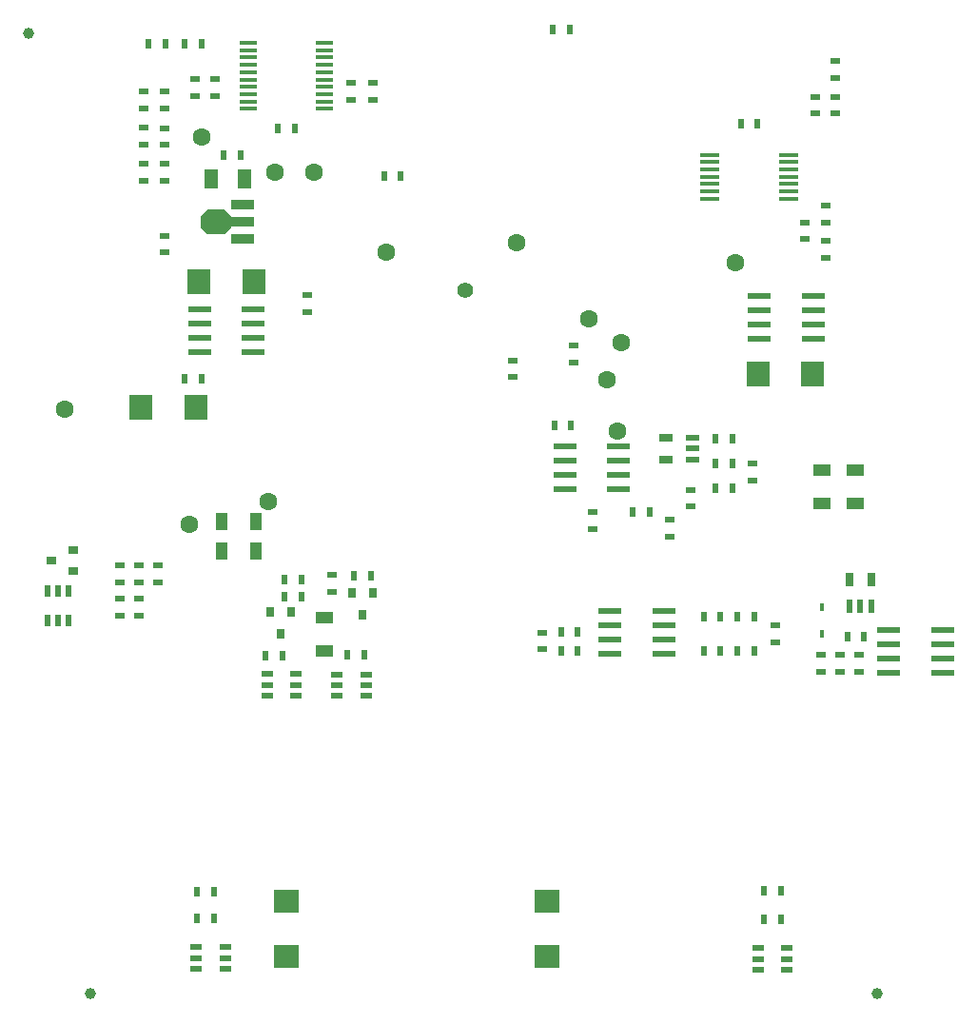
<source format=gbp>
%FSTAX23Y23*%
%MOIN*%
%SFA1B1*%

%IPPOS*%
%ADD10C,0.039400*%
%ADD12R,0.031500X0.035400*%
%ADD13R,0.023600X0.035400*%
%ADD14R,0.035400X0.023600*%
%ADD16R,0.027600X0.047200*%
%ADD17R,0.023600X0.047200*%
%ADD18R,0.082700X0.023600*%
%ADD21R,0.019700X0.039400*%
%ADD54C,0.063000*%
%ADD55C,0.055100*%
%ADD56R,0.063000X0.043300*%
%ADD57R,0.039400X0.019700*%
%ADD58R,0.043300X0.063000*%
%ADD59R,0.047200X0.027600*%
%ADD60R,0.047200X0.023600*%
%ADD61R,0.035400X0.031500*%
%ADD62R,0.051200X0.070900*%
%ADD63R,0.078700X0.090600*%
%ADD64R,0.090600X0.078700*%
%ADD65R,0.017700X0.025600*%
%ADD66R,0.065000X0.015700*%
%ADD67R,0.063000X0.016900*%
%ADD68R,0.063000X0.015000*%
%ADD69R,0.078700X0.035400*%
%ADD70R,0.078700X0.037800*%
%LNrelaytester-1*%
%LPD*%
G36*
X00807Y02802D02*
Y02764D01*
X00782Y02739*
X00725*
X007Y02764*
Y02802*
X00725Y02827*
X00782*
X00807Y02802*
G37*
G54D10*
X00098Y03444D03*
X0307Y00078D03*
X00315D03*
G54D12*
X0123Y01484D03*
X01305D03*
X01267Y01405D03*
X00942Y01417D03*
X01017D03*
X0098Y01338D03*
G54D13*
X01297Y01543D03*
X01238D03*
X01053Y01468D03*
X00994D03*
X02565Y01937D03*
X02505D03*
Y02023D03*
X02565D03*
X02505Y0185D03*
X02565D03*
X01998Y0207D03*
X01939D03*
X02214Y01767D03*
X02273D03*
X00702Y02232D03*
X00643D03*
X02592Y03126D03*
X02651D03*
X00781Y03015D03*
X0084D03*
X01029Y03109D03*
X0097D03*
X01053Y01531D03*
X00994D03*
X00927Y01263D03*
X00986D03*
X01214Y01267D03*
X01273D03*
X02639Y01401D03*
X0258D03*
X02639Y01279D03*
X0258D03*
X02521Y01401D03*
X02462D03*
X02521Y01279D03*
X02462D03*
X01962D03*
X02021D03*
Y01346D03*
X01962D03*
X01935Y03456D03*
X01994D03*
X00746Y00437D03*
X00687D03*
X02734Y00441D03*
X02675D03*
X00687Y00342D03*
X00746D03*
X02675Y00341D03*
X02734D03*
X03025Y0133D03*
X02966D03*
X00576Y03405D03*
X00517D03*
X00702D03*
X00643D03*
X01401Y02944D03*
X01342D03*
G54D14*
X02417Y01785D03*
Y01844D03*
X01074Y02466D03*
Y02525D03*
X02633Y01935D03*
Y01876D03*
X00484Y01462D03*
Y01403D03*
X005Y03053D03*
Y03112D03*
X00574Y03111D03*
Y03052D03*
X02925Y03346D03*
Y03287D03*
X0289Y0284D03*
Y0278D03*
X02712Y01309D03*
Y01368D03*
X00574Y02734D03*
Y02675D03*
X03007Y01206D03*
Y01265D03*
X0294Y01206D03*
Y01265D03*
X00417Y0158D03*
Y01521D03*
Y01462D03*
Y01403D03*
X00551Y01521D03*
Y0158D03*
X02342Y01679D03*
Y01738D03*
X00484Y01521D03*
Y0158D03*
X02074Y01765D03*
Y01706D03*
X00574Y03238D03*
Y03179D03*
X005Y02927D03*
Y02986D03*
X02855Y03162D03*
Y03221D03*
X02818Y02722D03*
Y02781D03*
X01161Y01545D03*
Y01486D03*
X005Y03238D03*
Y03179D03*
X00574Y02927D03*
Y02986D03*
X02925Y03162D03*
Y03221D03*
X0289Y02655D03*
Y02715D03*
X0068Y03224D03*
Y03283D03*
X0075Y03224D03*
Y03283D03*
X01303Y03269D03*
Y0321D03*
X01228Y03269D03*
Y0321D03*
X02874Y01206D03*
Y01265D03*
X01795Y02238D03*
Y02297D03*
X02007Y02289D03*
Y02348D03*
X01897Y01285D03*
Y01344D03*
G54D16*
X03049Y01531D03*
X02974D03*
G54D17*
X02974Y01437D03*
X03011D03*
X03049D03*
G54D18*
X00696Y02326D03*
Y02376D03*
Y02426D03*
Y02476D03*
X00885Y02326D03*
Y02376D03*
Y02426D03*
Y02476D03*
X01976Y01846D03*
Y01896D03*
Y01946D03*
Y01996D03*
X02165Y01846D03*
Y01896D03*
Y01946D03*
Y01996D03*
X02322Y01421D03*
Y01371D03*
Y01321D03*
Y01271D03*
X02133Y01421D03*
Y01371D03*
Y01321D03*
Y01271D03*
X03299Y01354D03*
Y01304D03*
Y01254D03*
Y01204D03*
X0311Y01354D03*
Y01304D03*
Y01254D03*
Y01204D03*
X02657Y02373D03*
Y02423D03*
Y02473D03*
Y02523D03*
X02846Y02373D03*
Y02423D03*
Y02473D03*
Y02523D03*
G54D21*
X002Y01385D03*
X00163D03*
X00238D03*
Y01488D03*
X002D03*
X00163D03*
G54D54*
X00224Y02126D03*
X02173Y02358D03*
X02059Y02444D03*
X01807Y02708D03*
X0135Y02677D03*
X01098Y02956D03*
X0096D03*
X00704Y03078D03*
X00937Y01803D03*
X02161Y02051D03*
X00661Y01724D03*
X02574Y02641D03*
X02122Y02228D03*
G54D55*
X01626Y02543D03*
G54D56*
X01133Y01397D03*
Y01279D03*
X02992Y01795D03*
Y01913D03*
X02878Y01795D03*
Y01913D03*
G54D57*
X02653Y00163D03*
Y002D03*
Y00238D03*
X02755D03*
Y00163D03*
Y002D03*
X00685Y00167D03*
Y00204D03*
Y00242D03*
X00787D03*
Y00167D03*
Y00204D03*
X01035Y01161D03*
Y01124D03*
Y01198D03*
X00933D03*
Y01161D03*
Y01124D03*
X01279Y01159D03*
Y01122D03*
Y01196D03*
X01177D03*
Y01159D03*
Y01122D03*
G54D58*
X00893Y01629D03*
X00775D03*
X00893Y01732D03*
X00775D03*
G54D59*
X0233Y02025D03*
Y0195D03*
G54D60*
X02425Y0195D03*
Y01988D03*
Y02025D03*
G54D61*
X00255Y01633D03*
Y01559D03*
X00177Y01596D03*
G54D62*
X00736Y02933D03*
X00854D03*
G54D63*
X0049Y02133D03*
X00682D03*
X02652Y02248D03*
X02844D03*
X00695Y02574D03*
X00887D03*
G54D64*
X01Y00403D03*
Y00211D03*
X01913Y00403D03*
Y00211D03*
G54D65*
X02878Y01433D03*
Y01338D03*
G54D66*
X02483Y02864D03*
Y02889D03*
Y02915D03*
Y0294D03*
Y02966D03*
Y02992D03*
Y03017D03*
X0276Y02864D03*
Y02889D03*
Y02915D03*
Y0294D03*
Y02966D03*
Y02992D03*
Y03017D03*
G54D67*
X01133Y0341D03*
Y03178D03*
X00866Y0341D03*
Y03178D03*
G54D68*
X01133Y03384D03*
Y03358D03*
Y03332D03*
Y03307D03*
Y03281D03*
Y03256D03*
Y0323D03*
Y03204D03*
X00866Y03384D03*
Y03358D03*
Y03332D03*
Y03307D03*
Y03281D03*
Y03256D03*
Y0323D03*
Y03204D03*
G54D69*
X00846Y02724D03*
Y02842D03*
G54D70*
X00846Y02783D03*
M02*
</source>
